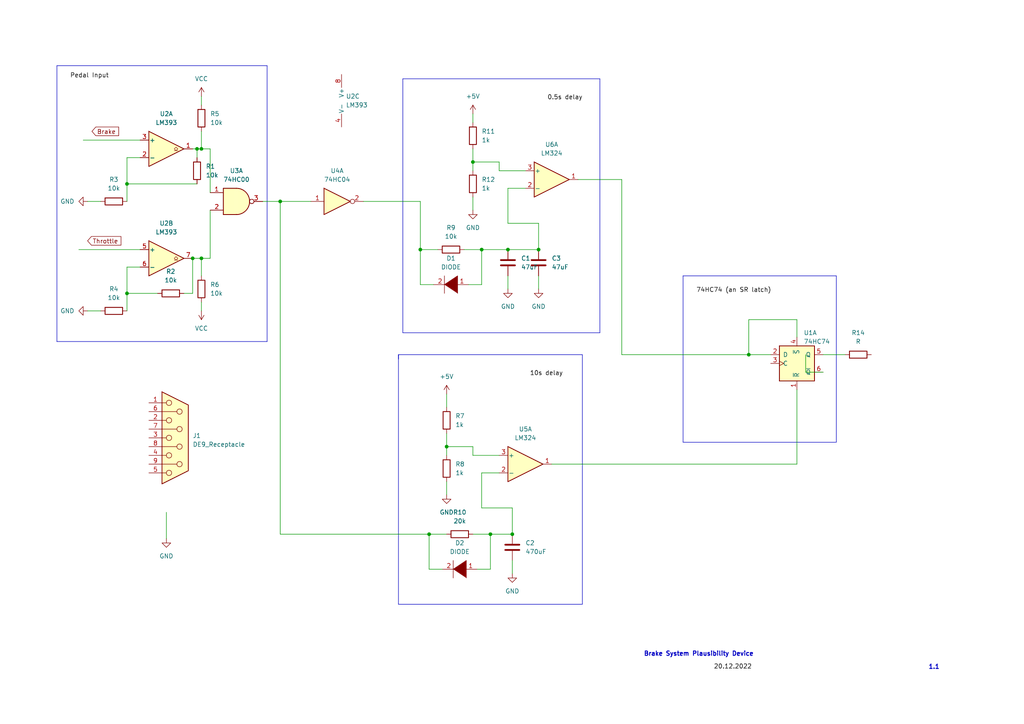
<source format=kicad_sch>
(kicad_sch (version 20230121) (generator eeschema)
  (paper "A4")
  (lib_symbols
    (symbol "74xx:74HC00" (pin_names (offset 1.016))
      (property "Reference" "U" (at 0 1.27 0))
      (property "Value" "74HC00" (at 0 -1.27 0))
      (symbol "74HC00_1_1"
        (arc (start 0 -3.81) (mid 3.7934 0) (end 0 3.81) (stroke (width 0.254)) (fill (type background)))
        (polyline (pts (xy 0 3.81) (xy -3.81 3.81) (xy -3.81 -3.81) (xy 0 -3.81)) (stroke (width 0.254)) (fill (type background)))
        (pin input line (at -7.62 2.54 0) (length 3.81) (name "~") (number "1"))
        (pin input line (at -7.62 -2.54 0) (length 3.81) (name "~") (number "2"))
        (pin output inverted (at 7.62 0 180) (length 3.81) (name "~") (number "3"))
      )
      (symbol "74HC00_1_2"
        (arc (start -3.81 -3.81) (mid -2.589 0) (end -3.81 3.81) (stroke (width 0.254)))
        (arc (start -0.6096 -3.81) (mid 2.1842 -2.5851) (end 3.81 0) (stroke (width 0.254)) (fill (type background)))
        (polyline (pts (xy -3.81 -3.81) (xy -0.635 -3.81)) (stroke (width 0.254)) (fill (type background)))
        (polyline (pts (xy -3.81 3.81) (xy -0.635 3.81)) (stroke (width 0.254)) (fill (type background)))
        (polyline (pts (xy -0.635 3.81) (xy -3.81 3.81) (xy -3.81 3.81) (xy -3.556 3.4036) (xy -3.0226 2.2606) (xy -2.6924 1.0414) (xy -2.6162 -0.254) (xy -2.7686 -1.4986) (xy -3.175 -2.7178) (xy -3.81 -3.81) (xy -3.81 -3.81) (xy -0.635 -3.81)) (stroke (width -25.4)) (fill (type background)))
        (arc (start 3.81 0) (mid 2.1915 2.5936) (end -0.6096 3.81) (stroke (width 0.254)) (fill (type background)))
        (pin input inverted (at -7.62 2.54 0) (length 4.318) (name "~") (number "1"))
        (pin input inverted (at -7.62 -2.54 0) (length 4.318) (name "~") (number "2"))
        (pin output line (at 7.62 0 180) (length 3.81) (name "~") (number "3"))
      )
      (symbol "74HC00_2_1"
        (arc (start 0 -3.81) (mid 3.7934 0) (end 0 3.81) (stroke (width 0.254)) (fill (type background)))
        (polyline (pts (xy 0 3.81) (xy -3.81 3.81) (xy -3.81 -3.81) (xy 0 -3.81)) (stroke (width 0.254)) (fill (type background)))
        (pin input line (at -7.62 2.54 0) (length 3.81) (name "~") (number "4"))
        (pin input line (at -7.62 -2.54 0) (length 3.81) (name "~") (number "5"))
        (pin output inverted (at 7.62 0 180) (length 3.81) (name "~") (number "6"))
      )
      (symbol "74HC00_2_2"
        (arc (start -3.81 -3.81) (mid -2.589 0) (end -3.81 3.81) (stroke (width 0.254)))
        (arc (start -0.6096 -3.81) (mid 2.1842 -2.5851) (end 3.81 0) (stroke (width 0.254)) (fill (type background)))
        (polyline (pts (xy -3.81 -3.81) (xy -0.635 -3.81)) (stroke (width 0.254)) (fill (type background)))
        (polyline (pts (xy -3.81 3.81) (xy -0.635 3.81)) (stroke (width 0.254)) (fill (type background)))
        (polyline (pts (xy -0.635 3.81) (xy -3.81 3.81) (xy -3.81 3.81) (xy -3.556 3.4036) (xy -3.0226 2.2606) (xy -2.6924 1.0414) (xy -2.6162 -0.254) (xy -2.7686 -1.4986) (xy -3.175 -2.7178) (xy -3.81 -3.81) (xy -3.81 -3.81) (xy -0.635 -3.81)) (stroke (width -25.4)) (fill (type background)))
        (arc (start 3.81 0) (mid 2.1915 2.5936) (end -0.6096 3.81) (stroke (width 0.254)) (fill (type background)))
        (pin input inverted (at -7.62 2.54 0) (length 4.318) (name "~") (number "4"))
        (pin input inverted (at -7.62 -2.54 0) (length 4.318) (name "~") (number "5"))
        (pin output line (at 7.62 0 180) (length 3.81) (name "~") (number "6"))
      )
      (symbol "74HC00_3_1"
        (arc (start 0 -3.81) (mid 3.7934 0) (end 0 3.81) (stroke (width 0.254)) (fill (type background)))
        (polyline (pts (xy 0 3.81) (xy -3.81 3.81) (xy -3.81 -3.81) (xy 0 -3.81)) (stroke (width 0.254)) (fill (type background)))
        (pin input line (at -7.62 -2.54 0) (length 3.81) (name "~") (number "10"))
        (pin output inverted (at 7.62 0 180) (length 3.81) (name "~") (number "8"))
        (pin input line (at -7.62 2.54 0) (length 3.81) (name "~") (number "9"))
      )
      (symbol "74HC00_3_2"
        (arc (start -3.81 -3.81) (mid -2.589 0) (end -3.81 3.81) (stroke (width 0.254)))
        (arc (start -0.6096 -3.81) (mid 2.1842 -2.5851) (end 3.81 0) (stroke (width 0.254)) (fill (type background)))
        (polyline (pts (xy -3.81 -3.81) (xy -0.635 -3.81)) (stroke (width 0.254)) (fill (type background)))
        (polyline (pts (xy -3.81 3.81) (xy -0.635 3.81)) (stroke (width 0.254)) (fill (type background)))
        (polyline (pts (xy -0.635 3.81) (xy -3.81 3.81) (xy -3.81 3.81) (xy -3.556 3.4036) (xy -3.0226 2.2606) (xy -2.6924 1.0414) (xy -2.6162 -0.254) (xy -2.7686 -1.4986) (xy -3.175 -2.7178) (xy -3.81 -3.81) (xy -3.81 -3.81) (xy -0.635 -3.81)) (stroke (width -25.4)) (fill (type background)))
        (arc (start 3.81 0) (mid 2.1915 2.5936) (end -0.6096 3.81) (stroke (width 0.254)) (fill (type background)))
        (pin input inverted (at -7.62 -2.54 0) (length 4.318) (name "~") (number "10"))
        (pin output line (at 7.62 0 180) (length 3.81) (name "~") (number "8"))
        (pin input inverted (at -7.62 2.54 0) (length 4.318) (name "~") (number "9"))
      )
      (symbol "74HC00_4_1"
        (arc (start 0 -3.81) (mid 3.7934 0) (end 0 3.81) (stroke (width 0.254)) (fill (type background)))
        (polyline (pts (xy 0 3.81) (xy -3.81 3.81) (xy -3.81 -3.81) (xy 0 -3.81)) (stroke (width 0.254)) (fill (type background)))
        (pin output inverted (at 7.62 0 180) (length 3.81) (name "~") (number "11"))
        (pin input line (at -7.62 2.54 0) (length 3.81) (name "~") (number "12"))
        (pin input line (at -7.62 -2.54 0) (length 3.81) (name "~") (number "13"))
      )
      (symbol "74HC00_4_2"
        (arc (start -3.81 -3.81) (mid -2.589 0) (end -3.81 3.81) (stroke (width 0.254)))
        (arc (start -0.6096 -3.81) (mid 2.1842 -2.5851) (end 3.81 0) (stroke (width 0.254)) (fill (type background)))
        (polyline (pts (xy -3.81 -3.81) (xy -0.635 -3.81)) (stroke (width 0.254)) (fill (type background)))
        (polyline (pts (xy -3.81 3.81) (xy -0.635 3.81)) (stroke (width 0.254)) (fill (type background)))
        (polyline (pts (xy -0.635 3.81) (xy -3.81 3.81) (xy -3.81 3.81) (xy -3.556 3.4036) (xy -3.0226 2.2606) (xy -2.6924 1.0414) (xy -2.6162 -0.254) (xy -2.7686 -1.4986) (xy -3.175 -2.7178) (xy -3.81 -3.81) (xy -3.81 -3.81) (xy -0.635 -3.81)) (stroke (width -25.4)) (fill (type background)))
        (arc (start 3.81 0) (mid 2.1915 2.5936) (end -0.6096 3.81) (stroke (width 0.254)) (fill (type background)))
        (pin output line (at 7.62 0 180) (length 3.81) (name "~") (number "11"))
        (pin input inverted (at -7.62 2.54 0) (length 4.318) (name "~") (number "12"))
        (pin input inverted (at -7.62 -2.54 0) (length 4.318) (name "~") (number "13"))
      )
      (symbol "74HC00_5_0"
        (pin power_in line (at 0 12.7 270) (length 5.08) (name "VCC") (number "14"))
        (pin power_in line (at 0 -12.7 90) (length 5.08) (name "GND") (number "7"))
      )
      (symbol "74HC00_5_1"
        (rectangle (start -5.08 7.62) (end 5.08 -7.62) (stroke (width 0.254)) (fill (type background)))
      )
    )
    (symbol "74xx:74HC04"
      (property "Reference" "U" (at 0 1.27 0))
      (property "Value" "74HC04" (at 0 -1.27 0))
      (symbol "74HC04_1_0"
        (polyline (pts (xy -3.81 3.81) (xy -3.81 -3.81) (xy 3.81 0) (xy -3.81 3.81)) (stroke (width 0.254)) (fill (type background)))
        (pin input line (at -7.62 0 0) (length 3.81) (name "~") (number "1"))
        (pin output inverted (at 7.62 0 180) (length 3.81) (name "~") (number "2"))
      )
      (symbol "74HC04_2_0"
        (polyline (pts (xy -3.81 3.81) (xy -3.81 -3.81) (xy 3.81 0) (xy -3.81 3.81)) (stroke (width 0.254)) (fill (type background)))
        (pin input line (at -7.62 0 0) (length 3.81) (name "~") (number "3"))
        (pin output inverted (at 7.62 0 180) (length 3.81) (name "~") (number "4"))
      )
      (symbol "74HC04_3_0"
        (polyline (pts (xy -3.81 3.81) (xy -3.81 -3.81) (xy 3.81 0) (xy -3.81 3.81)) (stroke (width 0.254)) (fill (type background)))
        (pin input line (at -7.62 0 0) (length 3.81) (name "~") (number "5"))
        (pin output inverted (at 7.62 0 180) (length 3.81) (name "~") (number "6"))
      )
      (symbol "74HC04_4_0"
        (polyline (pts (xy -3.81 3.81) (xy -3.81 -3.81) (xy 3.81 0) (xy -3.81 3.81)) (stroke (width 0.254)) (fill (type background)))
        (pin output inverted (at 7.62 0 180) (length 3.81) (name "~") (number "8"))
        (pin input line (at -7.62 0 0) (length 3.81) (name "~") (number "9"))
      )
      (symbol "74HC04_5_0"
        (polyline (pts (xy -3.81 3.81) (xy -3.81 -3.81) (xy 3.81 0) (xy -3.81 3.81)) (stroke (width 0.254)) (fill (type background)))
        (pin output inverted (at 7.62 0 180) (length 3.81) (name "~") (number "10"))
        (pin input line (at -7.62 0 0) (length 3.81) (name "~") (number "11"))
      )
      (symbol "74HC04_6_0"
        (polyline (pts (xy -3.81 3.81) (xy -3.81 -3.81) (xy 3.81 0) (xy -3.81 3.81)) (stroke (width 0.254)) (fill (type background)))
        (pin output inverted (at 7.62 0 180) (length 3.81) (name "~") (number "12"))
        (pin input line (at -7.62 0 0) (length 3.81) (name "~") (number "13"))
      )
      (symbol "74HC04_7_0"
        (pin power_in line (at 0 12.7 270) (length 5.08) (name "VCC") (number "14"))
        (pin power_in line (at 0 -12.7 90) (length 5.08) (name "GND") (number "7"))
      )
      (symbol "74HC04_7_1"
        (rectangle (start -5.08 7.62) (end 5.08 -7.62) (stroke (width 0.254)) (fill (type background)))
      )
    )
    (symbol "74xx:74HC74" (pin_names (offset 1.016))
      (property "Reference" "U" (at -7.62 8.89 0))
      (property "Value" "74HC74" (at -7.62 -8.89 0))
      (symbol "74HC74_1_0"
        (pin input line (at 0 -7.62 90) (length 2.54) (name "~{R}") (number "1"))
        (pin input line (at -7.62 2.54 0) (length 2.54) (name "D") (number "2"))
        (pin input clock (at -7.62 0 0) (length 2.54) (name "C") (number "3"))
        (pin input line (at 0 7.62 270) (length 2.54) (name "~{S}") (number "4"))
        (pin output line (at 7.62 2.54 180) (length 2.54) (name "Q") (number "5"))
        (pin output line (at 7.62 -2.54 180) (length 2.54) (name "~{Q}") (number "6"))
      )
      (symbol "74HC74_1_1"
        (rectangle (start -5.08 5.08) (end 5.08 -5.08) (stroke (width 0.254)) (fill (type background)))
      )
      (symbol "74HC74_2_0"
        (pin input line (at 0 7.62 270) (length 2.54) (name "~{S}") (number "10"))
        (pin input clock (at -7.62 0 0) (length 2.54) (name "C") (number "11"))
        (pin input line (at -7.62 2.54 0) (length 2.54) (name "D") (number "12"))
        (pin input line (at 0 -7.62 90) (length 2.54) (name "~{R}") (number "13"))
        (pin output line (at 7.62 -2.54 180) (length 2.54) (name "~{Q}") (number "8"))
        (pin output line (at 7.62 2.54 180) (length 2.54) (name "Q") (number "9"))
      )
      (symbol "74HC74_2_1"
        (rectangle (start -5.08 5.08) (end 5.08 -5.08) (stroke (width 0.254)) (fill (type background)))
      )
      (symbol "74HC74_3_0"
        (pin power_in line (at 0 10.16 270) (length 2.54) (name "VCC") (number "14"))
        (pin power_in line (at 0 -10.16 90) (length 2.54) (name "GND") (number "7"))
      )
      (symbol "74HC74_3_1"
        (rectangle (start -5.08 7.62) (end 5.08 -7.62) (stroke (width 0.254)) (fill (type background)))
      )
    )
    (symbol "Amplifier_Operational:LM324" (pin_names (offset 0.127))
      (property "Reference" "U" (at 0 5.08 0))
      (property "Value" "LM324" (at 0 -5.08 0))
      (symbol "LM324_1_1"
        (polyline (pts (xy -5.08 5.08) (xy 5.08 0) (xy -5.08 -5.08) (xy -5.08 5.08)) (stroke (width 0.254)) (fill (type background)))
        (pin output line (at 7.62 0 180) (length 2.54) (name "~") (number "1"))
        (pin input line (at -7.62 -2.54 0) (length 2.54) (name "-") (number "2"))
        (pin input line (at -7.62 2.54 0) (length 2.54) (name "+") (number "3"))
      )
      (symbol "LM324_2_1"
        (polyline (pts (xy -5.08 5.08) (xy 5.08 0) (xy -5.08 -5.08) (xy -5.08 5.08)) (stroke (width 0.254)) (fill (type background)))
        (pin input line (at -7.62 2.54 0) (length 2.54) (name "+") (number "5"))
        (pin input line (at -7.62 -2.54 0) (length 2.54) (name "-") (number "6"))
        (pin output line (at 7.62 0 180) (length 2.54) (name "~") (number "7"))
      )
      (symbol "LM324_3_1"
        (polyline (pts (xy -5.08 5.08) (xy 5.08 0) (xy -5.08 -5.08) (xy -5.08 5.08)) (stroke (width 0.254)) (fill (type background)))
        (pin input line (at -7.62 2.54 0) (length 2.54) (name "+") (number "10"))
        (pin output line (at 7.62 0 180) (length 2.54) (name "~") (number "8"))
        (pin input line (at -7.62 -2.54 0) (length 2.54) (name "-") (number "9"))
      )
      (symbol "LM324_4_1"
        (polyline (pts (xy -5.08 5.08) (xy 5.08 0) (xy -5.08 -5.08) (xy -5.08 5.08)) (stroke (width 0.254)) (fill (type background)))
        (pin input line (at -7.62 2.54 0) (length 2.54) (name "+") (number "12"))
        (pin input line (at -7.62 -2.54 0) (length 2.54) (name "-") (number "13"))
        (pin output line (at 7.62 0 180) (length 2.54) (name "~") (number "14"))
      )
      (symbol "LM324_5_1"
        (pin power_in line (at -2.54 -7.62 90) (length 3.81) (name "V-") (number "11"))
        (pin power_in line (at -2.54 7.62 270) (length 3.81) (name "V+") (number "4"))
      )
    )
    (symbol "Comparator:LM393" (pin_names (offset 0.127))
      (property "Reference" "U" (at 3.81 3.81 0))
      (property "Value" "LM393" (at 6.35 -3.81 0))
      (symbol "LM393_1_1"
        (polyline (pts (xy -5.08 5.08) (xy 5.08 0) (xy -5.08 -5.08) (xy -5.08 5.08)) (stroke (width 0.254)) (fill (type background)))
        (polyline (pts (xy 3.302 -0.508) (xy 2.794 -0.508) (xy 3.302 0) (xy 2.794 0.508) (xy 2.286 0) (xy 2.794 -0.508) (xy 2.286 -0.508)) (stroke (width 0.127)))
        (pin open_collector line (at 7.62 0 180) (length 2.54) (name "~") (number "1"))
        (pin input line (at -7.62 -2.54 0) (length 2.54) (name "-") (number "2"))
        (pin input line (at -7.62 2.54 0) (length 2.54) (name "+") (number "3"))
      )
      (symbol "LM393_2_1"
        (polyline (pts (xy -5.08 5.08) (xy 5.08 0) (xy -5.08 -5.08) (xy -5.08 5.08)) (stroke (width 0.254)) (fill (type background)))
        (polyline (pts (xy 3.302 -0.508) (xy 2.794 -0.508) (xy 3.302 0) (xy 2.794 0.508) (xy 2.286 0) (xy 2.794 -0.508) (xy 2.286 -0.508)) (stroke (width 0.127)))
        (pin input line (at -7.62 2.54 0) (length 2.54) (name "+") (number "5"))
        (pin input line (at -7.62 -2.54 0) (length 2.54) (name "-") (number "6"))
        (pin open_collector line (at 7.62 0 180) (length 2.54) (name "~") (number "7"))
      )
      (symbol "LM393_3_1"
        (pin power_in line (at -2.54 -7.62 90) (length 3.81) (name "V-") (number "4"))
        (pin power_in line (at -2.54 7.62 270) (length 3.81) (name "V+") (number "8"))
      )
    )
    (symbol "Connector:DE9_Receptacle" (pin_names (offset 1.016) hide)
      (property "Reference" "J" (at 0 13.97 0))
      (property "Value" "DE9_Receptacle" (at 0 -14.605 0))
      (symbol "DE9_Receptacle_0_1"
        (circle (center -1.778 -10.16) (radius 0.762))
        (circle (center -1.778 -5.08) (radius 0.762))
        (circle (center -1.778 0) (radius 0.762))
        (circle (center -1.778 5.08) (radius 0.762))
        (circle (center -1.778 10.16) (radius 0.762))
        (polyline (pts (xy -3.81 -10.16) (xy -2.54 -10.16)))
        (polyline (pts (xy -3.81 -7.62) (xy 0.508 -7.62)))
        (polyline (pts (xy -3.81 -5.08) (xy -2.54 -5.08)))
        (polyline (pts (xy -3.81 -2.54) (xy 0.508 -2.54)))
        (polyline (pts (xy -3.81 0) (xy -2.54 0)))
        (polyline (pts (xy -3.81 2.54) (xy 0.508 2.54)))
        (polyline (pts (xy -3.81 5.08) (xy -2.54 5.08)))
        (polyline (pts (xy -3.81 7.62) (xy 0.508 7.62)))
        (polyline (pts (xy -3.81 10.16) (xy -2.54 10.16)))
        (polyline (pts (xy -3.81 13.335) (xy -3.81 -13.335) (xy 3.81 -9.525) (xy 3.81 9.525) (xy -3.81 13.335)) (stroke (width 0.254)) (fill (type background)))
        (circle (center 1.27 -7.62) (radius 0.762))
        (circle (center 1.27 -2.54) (radius 0.762))
        (circle (center 1.27 2.54) (radius 0.762))
        (circle (center 1.27 7.62) (radius 0.762))
      )
      (symbol "DE9_Receptacle_1_1"
        (pin passive line (at -7.62 10.16 0) (length 3.81) (name "1") (number "1"))
        (pin passive line (at -7.62 5.08 0) (length 3.81) (name "2") (number "2"))
        (pin passive line (at -7.62 0 0) (length 3.81) (name "3") (number "3"))
        (pin passive line (at -7.62 -5.08 0) (length 3.81) (name "4") (number "4"))
        (pin passive line (at -7.62 -10.16 0) (length 3.81) (name "5") (number "5"))
        (pin passive line (at -7.62 7.62 0) (length 3.81) (name "6") (number "6"))
        (pin passive line (at -7.62 2.54 0) (length 3.81) (name "7") (number "7"))
        (pin passive line (at -7.62 -2.54 0) (length 3.81) (name "8") (number "8"))
        (pin passive line (at -7.62 -7.62 0) (length 3.81) (name "9") (number "9"))
      )
    )
    (symbol "Device:C" (pin_numbers hide) (pin_names (offset 0.254))
      (property "Reference" "C" (at 0.635 2.54 0))
      (property "Value" "C" (at 0.635 -2.54 0))
      (symbol "C_0_1"
        (polyline (pts (xy -2.032 -0.762) (xy 2.032 -0.762)) (stroke (width 0.508)))
        (polyline (pts (xy -2.032 0.762) (xy 2.032 0.762)) (stroke (width 0.508)))
      )
      (symbol "C_1_1"
        (pin passive line (at 0 3.81 270) (length 2.794) (name "~") (number "1"))
        (pin passive line (at 0 -3.81 90) (length 2.794) (name "~") (number "2"))
      )
    )
    (symbol "Device:R" (pin_numbers hide) (pin_names (offset 0))
      (property "Reference" "R" (at 2.032 0 90))
      (property "Value" "R" (at 0 0 90))
      (symbol "R_0_1"
        (rectangle (start -1.016 -2.54) (end 1.016 2.54) (stroke (width 0.254)))
      )
      (symbol "R_1_1"
        (pin passive line (at 0 3.81 270) (length 1.27) (name "~") (number "1"))
        (pin passive line (at 0 -3.81 90) (length 1.27) (name "~") (number "2"))
      )
    )
    (symbol "power:+5V" (power) (pin_names (offset 0))
      (property "Value" "+5V" (at 0 3.556 0))
      (symbol "+5V_0_1"
        (polyline (pts (xy -0.762 1.27) (xy 0 2.54)))
        (polyline (pts (xy 0 0) (xy 0 2.54)))
        (polyline (pts (xy 0 2.54) (xy 0.762 1.27)))
      )
      (symbol "+5V_1_1"
        (pin power_in line (at 0 0 90) (length 0) hide (name "+5V") (number "1"))
      )
    )
    (symbol "power:GND" (power) (pin_names (offset 0))
      (property "Value" "GND" (at 0 -3.81 0))
      (symbol "GND_0_1"
        (polyline (pts (xy 0 0) (xy 0 -1.27) (xy 1.27 -1.27) (xy 0 -2.54) (xy -1.27 -1.27) (xy 0 -1.27)))
      )
      (symbol "GND_1_1"
        (pin power_in line (at 0 0 270) (length 0) hide (name "GND") (number "1"))
      )
    )
    (symbol "power:VCC" (power) (pin_names (offset 0))
      (property "Value" "VCC" (at 0 3.81 0))
      (symbol "VCC_0_1"
        (polyline (pts (xy -0.762 1.27) (xy 0 2.54)))
        (polyline (pts (xy 0 0) (xy 0 2.54)))
        (polyline (pts (xy 0 2.54) (xy 0.762 1.27)))
      )
      (symbol "VCC_1_1"
        (pin power_in line (at 0 0 90) (length 0) hide (name "VCC") (number "1"))
      )
    )
    (symbol "pspice:DIODE" (pin_names (offset 1.016) hide)
      (property "Reference" "D" (at 0 3.81 0))
      (property "Value" "DIODE" (at 0 -4.445 0))
      (symbol "DIODE_0_1"
        (polyline (pts (xy 1.905 2.54) (xy 1.905 -2.54)))
        (polyline (pts (xy -1.905 2.54) (xy -1.905 -2.54) (xy 1.905 0)) (fill (type outline)))
      )
      (symbol "DIODE_1_1"
        (pin input line (at -5.08 0 0) (length 3.81) (name "K") (number "1"))
        (pin input line (at 5.08 0 180) (length 3.81) (name "A") (number "2"))
      )
    )
  )
  (junction (at 57.15 43.18))
  (junction (at 36.83 53.34))
  (junction (at 147.32 72.39))
  (junction (at 148.59 154.94))
  (junction (at 156.21 72.39))
  (junction (at 121.92 72.39))
  (junction (at 217.17 102.87))
  (junction (at 58.42 74.93))
  (junction (at 129.54 129.54))
  (junction (at 55.88 74.93))
  (junction (at 36.83 85.09))
  (junction (at 81.28 58.42))
  (junction (at 142.24 154.94))
  (junction (at 124.46 154.94))
  (junction (at 58.42 43.18))
  (junction (at 139.7 72.39))
  (junction (at 137.16 46.99))
  (wire (pts (xy 148.59 147.32) (xy 139.7 147.32)))
  (wire (pts (xy 29.21 58.42) (xy 25.4 58.42)))
  (polyline (pts (xy 77.47 19.05) (xy 16.51 19.05)))
  (wire (pts (xy 180.34 102.87) (xy 217.17 102.87)))
  (wire (pts (xy 137.16 46.99) (xy 144.78 46.99)))
  (polyline (pts (xy 168.91 102.87) (xy 115.57 102.87)))
  (wire (pts (xy 128.27 165.1) (xy 124.46 165.1)))
  (wire (pts (xy 180.34 52.07) (xy 180.34 102.87)))
  (wire (pts (xy 57.15 43.18) (xy 57.15 45.72)))
  (wire (pts (xy 160.02 134.62) (xy 231.14 134.62)))
  (wire (pts (xy 36.83 45.72) (xy 40.64 45.72)))
  (wire (pts (xy 125.73 82.55) (xy 121.92 82.55)))
  (wire (pts (xy 148.59 154.94) (xy 148.59 147.32)))
  (wire (pts (xy 58.42 74.93) (xy 58.42 80.01)))
  (polyline (pts (xy 198.12 80.01) (xy 242.57 80.01)))
  (polyline (pts (xy 115.57 102.87) (xy 115.57 175.26)))
  (polyline (pts (xy 116.84 22.86) (xy 116.84 96.52)))
  (polyline (pts (xy 198.12 128.27) (xy 198.12 80.01)))
  (wire (pts (xy 147.32 64.77) (xy 147.32 54.61)))
  (wire (pts (xy 233.68 107.95) (xy 233.68 102.87)))
  (wire (pts (xy 217.17 102.87) (xy 223.52 102.87)))
  (polyline (pts (xy 242.57 80.01) (xy 242.57 128.27)))
  (wire (pts (xy 137.16 46.99) (xy 137.16 49.53)))
  (wire (pts (xy 137.16 43.18) (xy 137.16 46.99)))
  (polyline (pts (xy 116.84 96.52) (xy 173.99 96.52)))
  (wire (pts (xy 60.96 43.18) (xy 60.96 55.88)))
  (wire (pts (xy 24.13 40.64) (xy 40.64 40.64)))
  (polyline (pts (xy 16.51 19.05) (xy 16.51 99.06)))
  (wire (pts (xy 139.7 72.39) (xy 139.7 82.55)))
  (wire (pts (xy 124.46 165.1) (xy 124.46 154.94)))
  (wire (pts (xy 129.54 114.3) (xy 129.54 118.11)))
  (wire (pts (xy 129.54 129.54) (xy 129.54 132.08)))
  (wire (pts (xy 81.28 154.94) (xy 81.28 58.42)))
  (wire (pts (xy 238.76 102.87) (xy 245.11 102.87)))
  (wire (pts (xy 129.54 125.73) (xy 129.54 129.54)))
  (wire (pts (xy 36.83 77.47) (xy 40.64 77.47)))
  (wire (pts (xy 58.42 90.17) (xy 58.42 87.63)))
  (wire (pts (xy 139.7 137.16) (xy 144.78 137.16)))
  (wire (pts (xy 139.7 72.39) (xy 147.32 72.39)))
  (wire (pts (xy 36.83 53.34) (xy 36.83 58.42)))
  (wire (pts (xy 142.24 154.94) (xy 142.24 165.1)))
  (wire (pts (xy 60.96 60.96) (xy 60.96 74.93)))
  (wire (pts (xy 55.88 74.93) (xy 58.42 74.93)))
  (wire (pts (xy 156.21 72.39) (xy 156.21 64.77)))
  (wire (pts (xy 105.41 58.42) (xy 121.92 58.42)))
  (polyline (pts (xy 115.57 102.87) (xy 115.57 104.14)))
  (wire (pts (xy 48.26 148.59) (xy 48.26 156.21)))
  (wire (pts (xy 29.21 90.17) (xy 25.4 90.17)))
  (wire (pts (xy 156.21 80.01) (xy 156.21 83.82)))
  (wire (pts (xy 137.16 154.94) (xy 142.24 154.94)))
  (wire (pts (xy 129.54 139.7) (xy 129.54 143.51)))
  (wire (pts (xy 156.21 64.77) (xy 147.32 64.77)))
  (wire (pts (xy 231.14 92.71) (xy 217.17 92.71)))
  (polyline (pts (xy 115.57 175.26) (xy 168.91 175.26)))
  (wire (pts (xy 139.7 82.55) (xy 135.89 82.55)))
  (wire (pts (xy 121.92 58.42) (xy 121.92 72.39)))
  (wire (pts (xy 53.34 85.09) (xy 55.88 85.09)))
  (wire (pts (xy 137.16 33.02) (xy 137.16 35.56)))
  (wire (pts (xy 124.46 154.94) (xy 129.54 154.94)))
  (polyline (pts (xy 242.57 128.27) (xy 198.12 128.27)))
  (wire (pts (xy 139.7 147.32) (xy 139.7 137.16)))
  (polyline (pts (xy 173.99 22.86) (xy 116.84 22.86)))
  (wire (pts (xy 58.42 38.1) (xy 58.42 43.18)))
  (wire (pts (xy 144.78 46.99) (xy 144.78 49.53)))
  (wire (pts (xy 147.32 54.61) (xy 152.4 54.61)))
  (wire (pts (xy 57.15 53.34) (xy 36.83 53.34)))
  (wire (pts (xy 231.14 97.79) (xy 231.14 92.71)))
  (wire (pts (xy 137.16 57.15) (xy 137.16 60.96)))
  (wire (pts (xy 58.42 27.94) (xy 58.42 30.48)))
  (wire (pts (xy 129.54 129.54) (xy 137.16 129.54)))
  (wire (pts (xy 144.78 49.53) (xy 152.4 49.53)))
  (wire (pts (xy 81.28 154.94) (xy 124.46 154.94)))
  (wire (pts (xy 148.59 162.56) (xy 148.59 166.37)))
  (wire (pts (xy 137.16 132.08) (xy 144.78 132.08)))
  (wire (pts (xy 147.32 72.39) (xy 156.21 72.39)))
  (wire (pts (xy 121.92 82.55) (xy 121.92 72.39)))
  (wire (pts (xy 217.17 92.71) (xy 217.17 102.87)))
  (wire (pts (xy 180.34 52.07) (xy 167.64 52.07)))
  (wire (pts (xy 22.86 72.39) (xy 40.64 72.39)))
  (polyline (pts (xy 173.99 96.52) (xy 173.99 22.86)))
  (wire (pts (xy 36.83 53.34) (xy 36.83 45.72)))
  (wire (pts (xy 147.32 80.01) (xy 147.32 83.82)))
  (wire (pts (xy 55.88 43.18) (xy 57.15 43.18)))
  (polyline (pts (xy 77.47 99.06) (xy 77.47 19.05)))
  (wire (pts (xy 57.15 43.18) (xy 58.42 43.18)))
  (wire (pts (xy 55.88 85.09) (xy 55.88 74.93)))
  (wire (pts (xy 231.14 134.62) (xy 231.14 113.03)))
  (wire (pts (xy 134.62 72.39) (xy 139.7 72.39)))
  (wire (pts (xy 238.76 107.95) (xy 233.68 107.95)))
  (wire (pts (xy 58.42 74.93) (xy 60.96 74.93)))
  (wire (pts (xy 142.24 165.1) (xy 138.43 165.1)))
  (wire (pts (xy 81.28 58.42) (xy 90.17 58.42)))
  (wire (pts (xy 142.24 154.94) (xy 148.59 154.94)))
  (wire (pts (xy 36.83 85.09) (xy 36.83 77.47)))
  (wire (pts (xy 137.16 129.54) (xy 137.16 132.08)))
  (wire (pts (xy 36.83 85.09) (xy 36.83 90.17)))
  (wire (pts (xy 45.72 85.09) (xy 36.83 85.09)))
  (wire (pts (xy 76.2 58.42) (xy 81.28 58.42)))
  (wire (pts (xy 58.42 43.18) (xy 60.96 43.18)))
  (wire (pts (xy 121.92 72.39) (xy 127 72.39)))
  (polyline (pts (xy 168.91 175.26) (xy 168.91 102.87)))
  (polyline (pts (xy 16.51 99.06) (xy 77.47 99.06)))
  (text "Brake System Plausibility Device" (at 186.69 190.5 0) (effects (font (size 1.27 1.27) (thickness 0.254) bold) (justify left bottom)))
  (text "1.1" (at 269.24 194.31 0) (effects (font (size 1.27 1.27) bold) (justify left bottom)))
  (label "74HC74 (an SR latch)" (at 201.93 85.09 0))
  (label "0.5s delay" (at 158.75 29.21 0))
  (label "Pedal Input" (at 20.32 22.86 0))
  (label "10s delay" (at 153.67 109.22 0))
  (label "20.12.2022" (at 207.01 194.31 0))
  (global_label "Brake" (shape input) (at 26.67 38.1 0) (property "Intersheetrefs" "${INTERSHEET_REFS}" (effects hide)))
  (global_label "Throttle" (shape input) (at 25.4 69.85 0) (property "Intersheetrefs" "${INTERSHEET_REFS}" (effects hide)))
  (symbol (lib_id "Device:R") (at 33.02 90.17 270) (unit 1)
    (property "Reference" "R4" (at 33.02 83.82 90))
    (property "Value" "10k" (at 33.02 86.36 90))
    (property "Footprint" "Resistor_SMD:R_0201_0603Metric" (effects hide))
  )
  (symbol (lib_id "Device:R") (at 129.54 121.92 0) (unit 1)
    (property "Reference" "R7" (at 132.08 120.6499 0) (effects (justify left)))
    (property "Value" "1k" (at 132.08 123.1899 0) (effects (justify left)))
    (property "Footprint" "Resistor_SMD:R_0201_0603Metric" (effects hide))
  )
  (symbol (lib_id "power:GND") (at 25.4 90.17 270) (unit 1)
    (property "Reference" "#PWR0106" (effects hide))
    (property "Value" "GND" (at 21.59 90.1699 90) (effects (justify right)))
  )
  (symbol (lib_id "power:VCC") (at 58.42 27.94 0) (unit 1)
    (property "Reference" "#PWR0104" (effects hide))
    (property "Value" "VCC" (at 58.42 22.86 0))
  )
  (symbol (lib_id "74xx:74HC00") (at 68.58 58.42 0) (unit 1)
    (property "Reference" "U3" (at 68.58 49.53 0))
    (property "Value" "74HC00" (at 68.58 52.07 0))
    (property "Footprint" "Package_DIP:DIP-14_W7.62mm" (effects hide))
    (property "Datasheet" "http://www.ti.com/lit/gpn/sn74hc00" (effects hide))
  )
  (symbol (lib_id "power:+5V") (at 137.16 33.02 0) (unit 1)
    (property "Reference" "#PWR0112" (effects hide))
    (property "Value" "+5V" (at 137.16 27.94 0))
  )
  (symbol (lib_id "Device:C") (at 156.21 76.2 0) (unit 1)
    (property "Reference" "C3" (at 160.02 74.9299 0) (effects (justify left)))
    (property "Value" "47uF" (at 160.02 77.4699 0) (effects (justify left)))
    (property "Footprint" "Capacitor_SMD:C_0201_0603Metric" (effects hide))
  )
  (symbol (lib_id "Device:R") (at 137.16 53.34 0) (unit 1)
    (property "Reference" "R12" (at 139.7 52.0699 0) (effects (justify left)))
    (property "Value" "1k" (at 139.7 54.6099 0) (effects (justify left)))
    (property "Footprint" "Resistor_SMD:R_0201_0603Metric" (effects hide))
  )
  (symbol (lib_id "Comparator:LM393") (at 101.6 29.21 0) (unit 3)
    (property "Reference" "U2" (at 100.33 27.9399 0) (effects (justify left)))
    (property "Value" "LM393" (at 100.33 30.4799 0) (effects (justify left)))
    (property "Footprint" "Package_DIP:DIP-8-16_W7.62mm" (effects hide))
    (property "Datasheet" "http://www.ti.com/lit/ds/symlink/lm393.pdf" (effects hide))
  )
  (symbol (lib_id "power:GND") (at 129.54 143.51 0) (unit 1)
    (property "Reference" "#PWR0108" (effects hide))
    (property "Value" "GND" (at 129.54 148.59 0))
  )
  (symbol (lib_id "Device:C") (at 148.59 158.75 0) (unit 1)
    (property "Reference" "C2" (at 152.4 157.4799 0) (effects (justify left)))
    (property "Value" "470uF" (at 152.4 160.0199 0) (effects (justify left)))
    (property "Footprint" "Capacitor_SMD:C_0201_0603Metric" (effects hide))
  )
  (symbol (lib_id "Device:R") (at 129.54 135.89 0) (unit 1)
    (property "Reference" "R8" (at 132.08 134.6199 0) (effects (justify left)))
    (property "Value" "1k" (at 132.08 137.1599 0) (effects (justify left)))
    (property "Footprint" "Resistor_SMD:R_0201_0603Metric" (effects hide))
  )
  (symbol (lib_id "Device:R") (at 137.16 39.37 0) (unit 1)
    (property "Reference" "R11" (at 139.7 38.0999 0) (effects (justify left)))
    (property "Value" "1k" (at 139.7 40.6399 0) (effects (justify left)))
    (property "Footprint" "Resistor_SMD:R_0201_0603Metric" (effects hide))
  )
  (symbol (lib_id "Device:C") (at 147.32 76.2 0) (unit 1)
    (property "Reference" "C1" (at 151.13 74.9299 0) (effects (justify left)))
    (property "Value" "47uF" (at 151.13 77.4699 0) (effects (justify left)))
    (property "Footprint" "Capacitor_SMD:C_0201_0603Metric" (effects hide))
  )
  (symbol (lib_id "pspice:DIODE") (at 133.35 165.1 180) (unit 1)
    (property "Reference" "D2" (at 133.35 157.48 0))
    (property "Value" "DIODE" (at 133.35 160.02 0))
    (property "Footprint" "Diode_SMD:D_MELF" (effects hide))
  )
  (symbol (lib_id "power:GND") (at 137.16 60.96 0) (unit 1)
    (property "Reference" "#PWR0113" (effects hide))
    (property "Value" "GND" (at 137.16 66.04 0))
  )
  (symbol (lib_id "Device:R") (at 133.35 154.94 90) (unit 1)
    (property "Reference" "R10" (at 133.35 148.59 90))
    (property "Value" "20k" (at 133.35 151.13 90))
    (property "Footprint" "Resistor_SMD:R_0201_0603Metric" (effects hide))
  )
  (symbol (lib_id "74xx:74HC04") (at 97.79 58.42 0) (unit 1)
    (property "Reference" "U4" (at 97.79 49.53 0))
    (property "Value" "74HC04" (at 97.79 52.07 0))
    (property "Footprint" "Package_DIP:DIP-14_W7.62mm" (effects hide))
    (property "Datasheet" "https://assets.nexperia.com/documents/data-sheet/74HC_HCT04.pdf" (effects hide))
  )
  (symbol (lib_id "Device:R") (at 130.81 72.39 90) (unit 1)
    (property "Reference" "R9" (at 130.81 66.04 90))
    (property "Value" "10k" (at 130.81 68.58 90))
    (property "Footprint" "Resistor_SMD:R_0201_0603Metric" (effects hide))
  )
  (symbol (lib_id "power:VCC") (at 58.42 90.17 180) (unit 1)
    (property "Reference" "#PWR0105" (effects hide))
    (property "Value" "VCC" (at 58.42 95.25 0))
  )
  (symbol (lib_id "Device:R") (at 33.02 58.42 270) (unit 1)
    (property "Reference" "R3" (at 33.02 52.07 90))
    (property "Value" "10k" (at 33.02 54.61 90))
    (property "Footprint" "Resistor_SMD:R_0201_0603Metric" (effects hide))
  )
  (symbol (lib_id "power:GND") (at 156.21 83.82 0) (unit 1)
    (property "Reference" "#PWR0110" (effects hide))
    (property "Value" "GND" (at 156.21 88.9 0))
  )
  (symbol (lib_id "pspice:DIODE") (at 130.81 82.55 180) (unit 1)
    (property "Reference" "D1" (at 130.81 74.93 0))
    (property "Value" "DIODE" (at 130.81 77.47 0))
    (property "Footprint" "Diode_SMD:D_MELF" (effects hide))
  )
  (symbol (lib_id "74xx:74HC74") (at 231.14 105.41 0) (unit 1)
    (property "Reference" "U1" (at 233.0959 96.52 0) (effects (justify left)))
    (property "Value" "74HC74" (at 233.0959 99.06 0) (effects (justify left)))
    (property "Footprint" "Package_DIP:DIP-14_W7.62mm" (effects hide))
    (property "Datasheet" "74xx/74hc_hct74.pdf" (effects hide))
  )
  (symbol (lib_id "power:GND") (at 148.59 166.37 0) (unit 1)
    (property "Reference" "#PWR0114" (effects hide))
    (property "Value" "GND" (at 148.59 171.45 0))
  )
  (symbol (lib_id "Amplifier_Operational:LM324") (at 160.02 52.07 0) (unit 1)
    (property "Reference" "U6" (at 160.02 41.91 0))
    (property "Value" "LM324" (at 160.02 44.45 0))
    (property "Footprint" "Package_DIP:DIP-14_W7.62mm" (effects hide))
    (property "Datasheet" "http://www.ti.com/lit/ds/symlink/lm2902-n.pdf" (effects hide))
  )
  (symbol (lib_id "Comparator:LM393") (at 48.26 74.93 0) (unit 2)
    (property "Reference" "U2" (at 48.26 64.77 0))
    (property "Value" "LM393" (at 48.26 67.31 0))
    (property "Footprint" "Package_DIP:DIP-8-16_W7.62mm" (effects hide))
    (property "Datasheet" "http://www.ti.com/lit/ds/symlink/lm393.pdf" (effects hide))
  )
  (symbol (lib_id "Device:R") (at 49.53 85.09 270) (unit 1)
    (property "Reference" "R2" (at 49.53 78.74 90))
    (property "Value" "10k" (at 49.53 81.28 90))
    (property "Footprint" "Resistor_SMD:R_0201_0603Metric" (effects hide))
  )
  (symbol (lib_id "Connector:DE9_Receptacle") (at 50.8 127 0) (unit 1)
    (property "Reference" "J1" (at 55.88 126.365 0) (effects (justify left)))
    (property "Value" "DE9_Receptacle" (at 55.88 128.905 0) (effects (justify left)))
    (property "Datasheet" " ~" (effects hide))
  )
  (symbol (lib_id "power:GND") (at 147.32 83.82 0) (unit 1)
    (property "Reference" "#PWR0111" (effects hide))
    (property "Value" "GND" (at 147.32 88.9 0))
  )
  (symbol (lib_id "power:+5V") (at 129.54 114.3 0) (unit 1)
    (property "Reference" "#PWR0109" (effects hide))
    (property "Value" "+5V" (at 129.54 109.22 0))
  )
  (symbol (lib_id "Device:R") (at 248.92 102.87 90) (unit 1)
    (property "Reference" "R14" (at 248.92 96.52 90))
    (property "Value" "R" (at 248.92 99.06 90))
    (property "Footprint" "Resistor_SMD:R_0201_0603Metric" (effects hide))
  )
  (symbol (lib_id "power:GND") (at 25.4 58.42 270) (unit 1)
    (property "Reference" "#PWR0107" (effects hide))
    (property "Value" "GND" (at 21.59 58.4199 90) (effects (justify right)))
  )
  (symbol (lib_id "Comparator:LM393") (at 48.26 43.18 0) (unit 1)
    (property "Reference" "U2" (at 48.26 33.02 0))
    (property "Value" "LM393" (at 48.26 35.56 0))
    (property "Footprint" "Package_DIP:DIP-8-16_W7.62mm" (effects hide))
    (property "Datasheet" "http://www.ti.com/lit/ds/symlink/lm393.pdf" (effects hide))
  )
  (symbol (lib_id "Device:R") (at 57.15 49.53 180) (unit 1)
    (property "Reference" "R1" (at 59.69 48.2599 0) (effects (justify right)))
    (property "Value" "10k" (at 59.69 50.7999 0) (effects (justify right)))
    (property "Footprint" "Resistor_SMD:R_0201_0603Metric" (effects hide))
  )
  (symbol (lib_id "power:GND") (at 48.26 156.21 0) (unit 1)
    (property "Reference" "#PWR01" (effects hide))
    (property "Value" "GND" (at 48.26 161.29 0))
  )
  (symbol (lib_id "Amplifier_Operational:LM324") (at 152.4 134.62 0) (unit 1)
    (property "Reference" "U5" (at 152.4 124.46 0))
    (property "Value" "LM324" (at 152.4 127 0))
    (property "Footprint" "Package_DIP:DIP-14_W7.62mm" (effects hide))
    (property "Datasheet" "http://www.ti.com/lit/ds/symlink/lm2902-n.pdf" (effects hide))
  )
  (symbol (lib_id "Device:R") (at 58.42 34.29 0) (unit 1)
    (property "Reference" "R5" (at 60.96 33.0199 0) (effects (justify left)))
    (property "Value" "10k" (at 60.96 35.5599 0) (effects (justify left)))
    (property "Footprint" "Resistor_SMD:R_0201_0603Metric" (effects hide))
  )
  (symbol (lib_id "Device:R") (at 58.42 83.82 180) (unit 1)
    (property "Reference" "R6" (at 60.96 82.5499 0) (effects (justify right)))
    (property "Value" "10k" (at 60.96 85.0899 0) (effects (justify right)))
    (property "Footprint" "Resistor_SMD:R_0201_0603Metric" (effects hide))
  )
)
</source>
